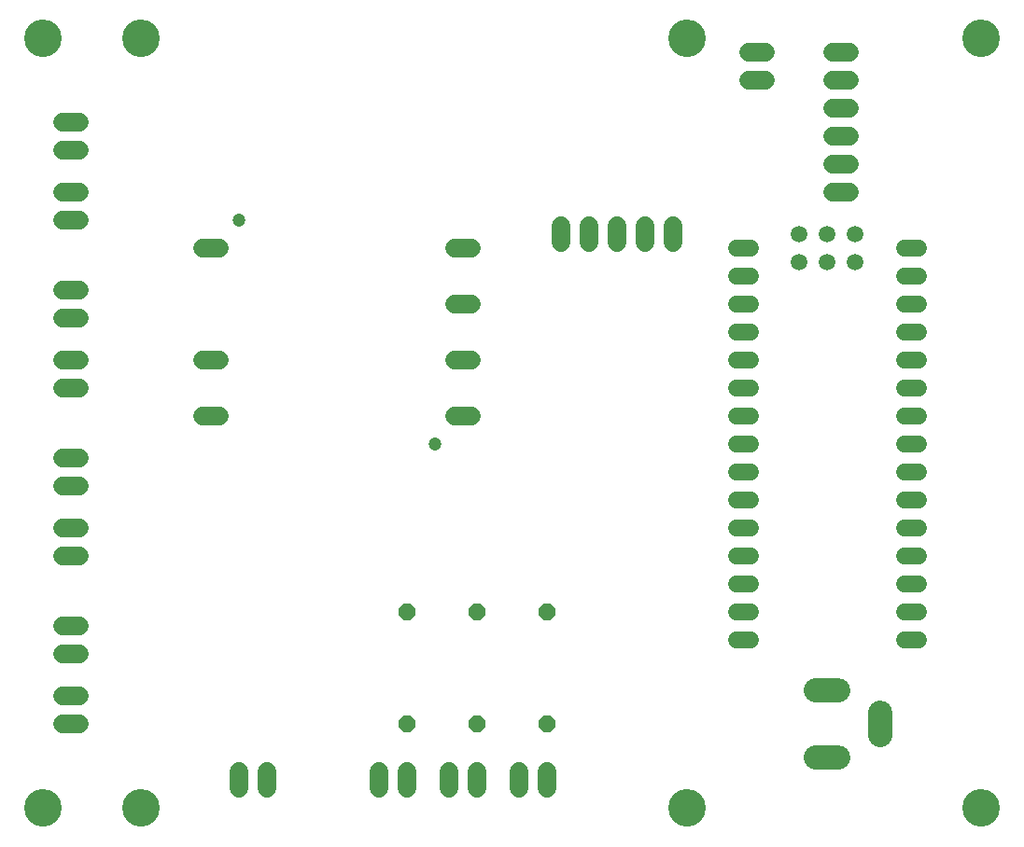
<source format=gbr>
G04 EAGLE Gerber X2 export*
%TF.Part,Single*%
%TF.FileFunction,Soldermask,Top,1*%
%TF.FilePolarity,Negative*%
%TF.GenerationSoftware,Autodesk,EAGLE,9.1.0*%
%TF.CreationDate,2019-04-29T08:05:55Z*%
G75*
%MOMM*%
%FSLAX34Y34*%
%LPD*%
%AMOC8*
5,1,8,0,0,1.08239X$1,22.5*%
G01*
%ADD10C,3.403200*%
%ADD11C,2.203200*%
%ADD12C,1.711200*%
%ADD13C,1.203200*%
%ADD14C,1.727200*%
%ADD15P,1.649562X8X112.500000*%
%ADD16C,1.511200*%
%ADD17C,1.511200*%


D10*
X876300Y723900D03*
X876300Y25400D03*
X25400Y25400D03*
X25400Y723900D03*
X114300Y25400D03*
X609600Y25400D03*
X114300Y723900D03*
X609600Y723900D03*
D11*
X726600Y132600D02*
X746600Y132600D01*
X746600Y71600D02*
X726600Y71600D01*
X784600Y91600D02*
X784600Y111600D01*
D12*
X185340Y381000D02*
X170260Y381000D01*
X170260Y431800D02*
X185340Y431800D01*
X185340Y533400D02*
X170260Y533400D01*
X398860Y381000D02*
X413940Y381000D01*
X413940Y431800D02*
X398860Y431800D01*
X398860Y482600D02*
X413940Y482600D01*
X413940Y533400D02*
X398860Y533400D01*
D13*
X203200Y558800D03*
X381000Y355600D03*
D14*
X58420Y622300D02*
X43180Y622300D01*
X43180Y647700D02*
X58420Y647700D01*
X58420Y469900D02*
X43180Y469900D01*
X43180Y495300D02*
X58420Y495300D01*
X58420Y317500D02*
X43180Y317500D01*
X43180Y342900D02*
X58420Y342900D01*
X58420Y165100D02*
X43180Y165100D01*
X43180Y190500D02*
X58420Y190500D01*
D15*
X482600Y101600D03*
X482600Y203200D03*
X419100Y101600D03*
X419100Y203200D03*
X355600Y101600D03*
X355600Y203200D03*
D14*
X58420Y558800D02*
X43180Y558800D01*
X43180Y584200D02*
X58420Y584200D01*
X58420Y406400D02*
X43180Y406400D01*
X43180Y431800D02*
X58420Y431800D01*
X58420Y254000D02*
X43180Y254000D01*
X43180Y279400D02*
X58420Y279400D01*
X58420Y101600D02*
X43180Y101600D01*
X43180Y127000D02*
X58420Y127000D01*
X355600Y58420D02*
X355600Y43180D01*
X330200Y43180D02*
X330200Y58420D01*
X419100Y58420D02*
X419100Y43180D01*
X393700Y43180D02*
X393700Y58420D01*
X482600Y58420D02*
X482600Y43180D01*
X457200Y43180D02*
X457200Y58420D01*
X596900Y538480D02*
X596900Y553720D01*
X571500Y553720D02*
X571500Y538480D01*
X546100Y538480D02*
X546100Y553720D01*
X520700Y553720D02*
X520700Y538480D01*
X495300Y538480D02*
X495300Y553720D01*
D16*
X653860Y533400D02*
X666940Y533400D01*
X666940Y508000D02*
X653860Y508000D01*
X653860Y482600D02*
X666940Y482600D01*
X666940Y457200D02*
X653860Y457200D01*
X653860Y431800D02*
X666940Y431800D01*
X666940Y406400D02*
X653860Y406400D01*
X653860Y381000D02*
X666940Y381000D01*
X666940Y355600D02*
X653860Y355600D01*
X653860Y330200D02*
X666940Y330200D01*
X666940Y304800D02*
X653860Y304800D01*
X653860Y279400D02*
X666940Y279400D01*
X666940Y254000D02*
X653860Y254000D01*
X806260Y533400D02*
X819340Y533400D01*
X819340Y508000D02*
X806260Y508000D01*
X806260Y482600D02*
X819340Y482600D01*
X819340Y330200D02*
X806260Y330200D01*
X806260Y304800D02*
X819340Y304800D01*
X819340Y279400D02*
X806260Y279400D01*
X806260Y254000D02*
X819340Y254000D01*
X819340Y177800D02*
X806260Y177800D01*
X666940Y177800D02*
X653860Y177800D01*
X653860Y203200D02*
X666940Y203200D01*
X666940Y228600D02*
X653860Y228600D01*
X806260Y203200D02*
X819340Y203200D01*
X819340Y228600D02*
X806260Y228600D01*
X806260Y457200D02*
X819340Y457200D01*
D17*
X762000Y520700D03*
X736600Y520700D03*
X711200Y520700D03*
D16*
X806260Y355600D02*
X819340Y355600D01*
X819340Y381000D02*
X806260Y381000D01*
X806260Y406400D02*
X819340Y406400D01*
X819340Y431800D02*
X806260Y431800D01*
D17*
X762000Y546100D03*
X736600Y546100D03*
X711200Y546100D03*
D14*
X203200Y58420D02*
X203200Y43180D01*
X228600Y43180D02*
X228600Y58420D01*
X665480Y711200D02*
X680720Y711200D01*
X680720Y685800D02*
X665480Y685800D01*
X741680Y584200D02*
X756920Y584200D01*
X756920Y609600D02*
X741680Y609600D01*
X741680Y635000D02*
X756920Y635000D01*
X756920Y660400D02*
X741680Y660400D01*
X741680Y685800D02*
X756920Y685800D01*
X756920Y711200D02*
X741680Y711200D01*
M02*

</source>
